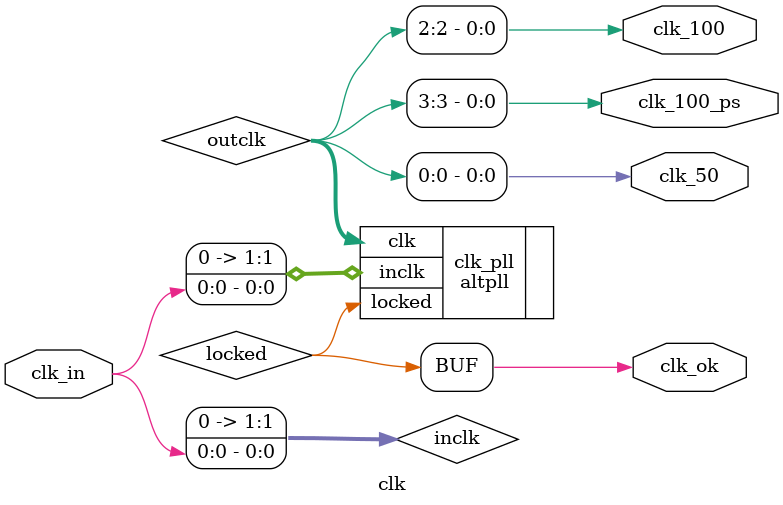
<source format=v>
/**
  Clock generator
  --
  Generate three clocks
  --
  Architecture: THM
  Technology dependency: Cyclone IV
  --
  Base: THM-Oberon
  --
  2023 Gray, gray@grayraven.org
  https://oberon-rts.org/licences
**/

`timescale 1ns / 1ps
`default_nettype none

module clk(
  input clk_in,
  output clk_ok,
  output clk_100_ps,
  output clk_100,
  output clk_50
);

  wire [1:0] inclk = { 1'b0, clk_in };
  wire [5:0] outclk;
  wire locked;

  altpll #(
    .intended_device_family("Cyclone IV E"),
    .lpm_type("altpll"),
    .pll_type("auto"),
    .operation_mode("normal"),
    // 50 MHz input
    .inclk0_input_frequency(20000),	// cycle time in picosec
    // 100 MHz output, phase shifted
    .clk3_multiply_by(16),
    .clk3_divide_by(8),
    .clk3_duty_cycle(50),		// in %
    .clk3_phase_shift(7917),		// in picosec
    // 100 MHz output, in-phase
    .clk2_multiply_by(16),
    .clk2_divide_by(8),
    .clk2_duty_cycle(50),		// in %
    .clk2_phase_shift(0),		// in picosec
//    // 75 MHz output, in-phase
//    .clk1_multiply_by(12),
//    .clk1_divide_by(8),
//    .clk1_duty_cycle(50),		// in %
//    .clk1_phase_shift(0),		// in picosec
    // 50 MHz output, in-phase
    .clk0_multiply_by(8),
    .clk0_divide_by(8),
    .clk0_duty_cycle(50),		// in %
    .clk0_phase_shift(0)		// in picosec
  ) clk_pll (
    .inclk(inclk[1:0]),
    .clk(outclk[5:0]),
    .locked(locked)
  );

  assign clk_100_ps = outclk[3];
  assign clk_100 = outclk[2];
  assign clk_50 = outclk[0];
  assign clk_ok = locked;

endmodule

`resetall

</source>
